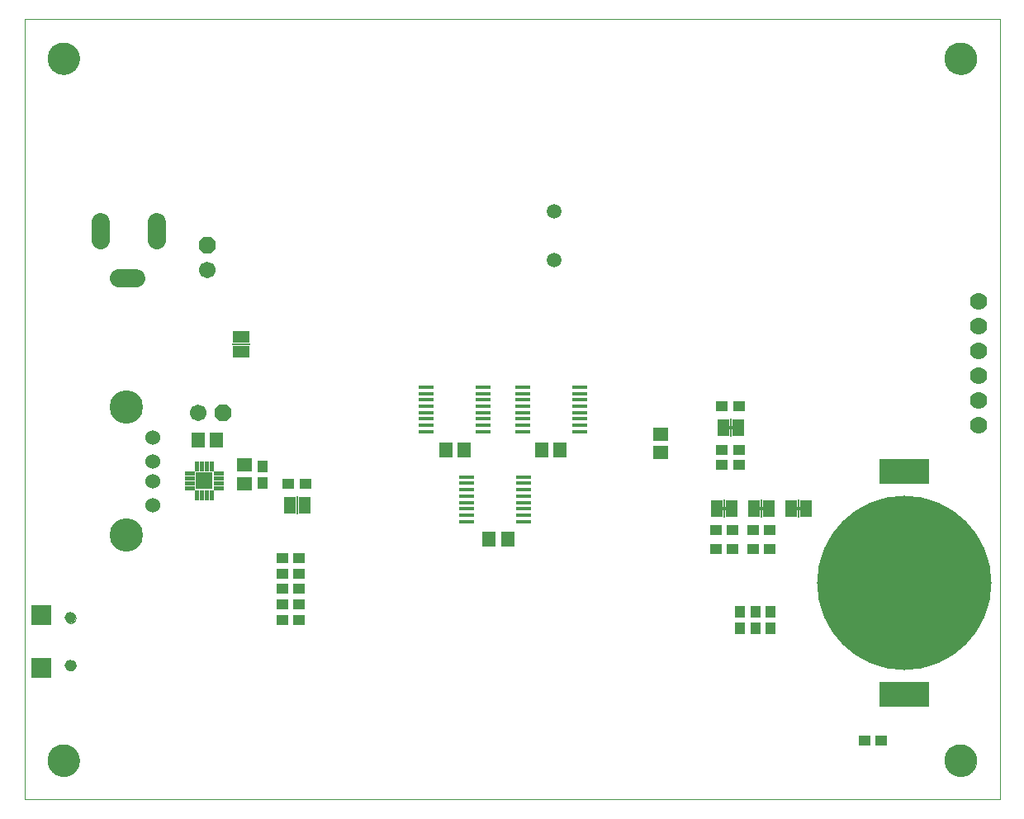
<source format=gbs>
G75*
%MOIN*%
%OFA0B0*%
%FSLAX25Y25*%
%IPPOS*%
%LPD*%
%AMOC8*
5,1,8,0,0,1.08239X$1,22.5*
%
%ADD10C,0.00000*%
%ADD11R,0.06306X0.05518*%
%ADD12R,0.04731X0.04337*%
%ADD13R,0.05518X0.06306*%
%ADD14R,0.06200X0.01800*%
%ADD15R,0.08274X0.08274*%
%ADD16C,0.04534*%
%ADD17C,0.07487*%
%ADD18R,0.04337X0.04731*%
%ADD19R,0.05000X0.06700*%
%ADD20R,0.02900X0.01200*%
%ADD21R,0.00600X0.07200*%
%ADD22C,0.07000*%
%ADD23C,0.12998*%
%ADD24C,0.06022*%
%ADD25C,0.13455*%
%ADD26C,0.00100*%
%ADD27R,0.07093X0.07093*%
%ADD28OC8,0.06700*%
%ADD29C,0.06700*%
%ADD30C,0.05943*%
%ADD31R,0.20400X0.10400*%
%ADD32C,0.70400*%
%ADD33R,0.06700X0.05000*%
%ADD34R,0.07200X0.00600*%
D10*
X0146800Y0181800D02*
X0146800Y0496761D01*
X0540501Y0496761D01*
X0540501Y0181800D01*
X0146800Y0181800D01*
X0156249Y0197548D02*
X0156251Y0197706D01*
X0156257Y0197864D01*
X0156267Y0198022D01*
X0156281Y0198180D01*
X0156299Y0198337D01*
X0156320Y0198494D01*
X0156346Y0198650D01*
X0156376Y0198806D01*
X0156409Y0198961D01*
X0156447Y0199114D01*
X0156488Y0199267D01*
X0156533Y0199419D01*
X0156582Y0199570D01*
X0156635Y0199719D01*
X0156691Y0199867D01*
X0156751Y0200013D01*
X0156815Y0200158D01*
X0156883Y0200301D01*
X0156954Y0200443D01*
X0157028Y0200583D01*
X0157106Y0200720D01*
X0157188Y0200856D01*
X0157272Y0200990D01*
X0157361Y0201121D01*
X0157452Y0201250D01*
X0157547Y0201377D01*
X0157644Y0201502D01*
X0157745Y0201624D01*
X0157849Y0201743D01*
X0157956Y0201860D01*
X0158066Y0201974D01*
X0158179Y0202085D01*
X0158294Y0202194D01*
X0158412Y0202299D01*
X0158533Y0202401D01*
X0158656Y0202501D01*
X0158782Y0202597D01*
X0158910Y0202690D01*
X0159040Y0202780D01*
X0159173Y0202866D01*
X0159308Y0202950D01*
X0159444Y0203029D01*
X0159583Y0203106D01*
X0159724Y0203178D01*
X0159866Y0203248D01*
X0160010Y0203313D01*
X0160156Y0203375D01*
X0160303Y0203433D01*
X0160452Y0203488D01*
X0160602Y0203539D01*
X0160753Y0203586D01*
X0160905Y0203629D01*
X0161058Y0203668D01*
X0161213Y0203704D01*
X0161368Y0203735D01*
X0161524Y0203763D01*
X0161680Y0203787D01*
X0161837Y0203807D01*
X0161995Y0203823D01*
X0162152Y0203835D01*
X0162311Y0203843D01*
X0162469Y0203847D01*
X0162627Y0203847D01*
X0162785Y0203843D01*
X0162944Y0203835D01*
X0163101Y0203823D01*
X0163259Y0203807D01*
X0163416Y0203787D01*
X0163572Y0203763D01*
X0163728Y0203735D01*
X0163883Y0203704D01*
X0164038Y0203668D01*
X0164191Y0203629D01*
X0164343Y0203586D01*
X0164494Y0203539D01*
X0164644Y0203488D01*
X0164793Y0203433D01*
X0164940Y0203375D01*
X0165086Y0203313D01*
X0165230Y0203248D01*
X0165372Y0203178D01*
X0165513Y0203106D01*
X0165652Y0203029D01*
X0165788Y0202950D01*
X0165923Y0202866D01*
X0166056Y0202780D01*
X0166186Y0202690D01*
X0166314Y0202597D01*
X0166440Y0202501D01*
X0166563Y0202401D01*
X0166684Y0202299D01*
X0166802Y0202194D01*
X0166917Y0202085D01*
X0167030Y0201974D01*
X0167140Y0201860D01*
X0167247Y0201743D01*
X0167351Y0201624D01*
X0167452Y0201502D01*
X0167549Y0201377D01*
X0167644Y0201250D01*
X0167735Y0201121D01*
X0167824Y0200990D01*
X0167908Y0200856D01*
X0167990Y0200720D01*
X0168068Y0200583D01*
X0168142Y0200443D01*
X0168213Y0200301D01*
X0168281Y0200158D01*
X0168345Y0200013D01*
X0168405Y0199867D01*
X0168461Y0199719D01*
X0168514Y0199570D01*
X0168563Y0199419D01*
X0168608Y0199267D01*
X0168649Y0199114D01*
X0168687Y0198961D01*
X0168720Y0198806D01*
X0168750Y0198650D01*
X0168776Y0198494D01*
X0168797Y0198337D01*
X0168815Y0198180D01*
X0168829Y0198022D01*
X0168839Y0197864D01*
X0168845Y0197706D01*
X0168847Y0197548D01*
X0168845Y0197390D01*
X0168839Y0197232D01*
X0168829Y0197074D01*
X0168815Y0196916D01*
X0168797Y0196759D01*
X0168776Y0196602D01*
X0168750Y0196446D01*
X0168720Y0196290D01*
X0168687Y0196135D01*
X0168649Y0195982D01*
X0168608Y0195829D01*
X0168563Y0195677D01*
X0168514Y0195526D01*
X0168461Y0195377D01*
X0168405Y0195229D01*
X0168345Y0195083D01*
X0168281Y0194938D01*
X0168213Y0194795D01*
X0168142Y0194653D01*
X0168068Y0194513D01*
X0167990Y0194376D01*
X0167908Y0194240D01*
X0167824Y0194106D01*
X0167735Y0193975D01*
X0167644Y0193846D01*
X0167549Y0193719D01*
X0167452Y0193594D01*
X0167351Y0193472D01*
X0167247Y0193353D01*
X0167140Y0193236D01*
X0167030Y0193122D01*
X0166917Y0193011D01*
X0166802Y0192902D01*
X0166684Y0192797D01*
X0166563Y0192695D01*
X0166440Y0192595D01*
X0166314Y0192499D01*
X0166186Y0192406D01*
X0166056Y0192316D01*
X0165923Y0192230D01*
X0165788Y0192146D01*
X0165652Y0192067D01*
X0165513Y0191990D01*
X0165372Y0191918D01*
X0165230Y0191848D01*
X0165086Y0191783D01*
X0164940Y0191721D01*
X0164793Y0191663D01*
X0164644Y0191608D01*
X0164494Y0191557D01*
X0164343Y0191510D01*
X0164191Y0191467D01*
X0164038Y0191428D01*
X0163883Y0191392D01*
X0163728Y0191361D01*
X0163572Y0191333D01*
X0163416Y0191309D01*
X0163259Y0191289D01*
X0163101Y0191273D01*
X0162944Y0191261D01*
X0162785Y0191253D01*
X0162627Y0191249D01*
X0162469Y0191249D01*
X0162311Y0191253D01*
X0162152Y0191261D01*
X0161995Y0191273D01*
X0161837Y0191289D01*
X0161680Y0191309D01*
X0161524Y0191333D01*
X0161368Y0191361D01*
X0161213Y0191392D01*
X0161058Y0191428D01*
X0160905Y0191467D01*
X0160753Y0191510D01*
X0160602Y0191557D01*
X0160452Y0191608D01*
X0160303Y0191663D01*
X0160156Y0191721D01*
X0160010Y0191783D01*
X0159866Y0191848D01*
X0159724Y0191918D01*
X0159583Y0191990D01*
X0159444Y0192067D01*
X0159308Y0192146D01*
X0159173Y0192230D01*
X0159040Y0192316D01*
X0158910Y0192406D01*
X0158782Y0192499D01*
X0158656Y0192595D01*
X0158533Y0192695D01*
X0158412Y0192797D01*
X0158294Y0192902D01*
X0158179Y0193011D01*
X0158066Y0193122D01*
X0157956Y0193236D01*
X0157849Y0193353D01*
X0157745Y0193472D01*
X0157644Y0193594D01*
X0157547Y0193719D01*
X0157452Y0193846D01*
X0157361Y0193975D01*
X0157272Y0194106D01*
X0157188Y0194240D01*
X0157106Y0194376D01*
X0157028Y0194513D01*
X0156954Y0194653D01*
X0156883Y0194795D01*
X0156815Y0194938D01*
X0156751Y0195083D01*
X0156691Y0195229D01*
X0156635Y0195377D01*
X0156582Y0195526D01*
X0156533Y0195677D01*
X0156488Y0195829D01*
X0156447Y0195982D01*
X0156409Y0196135D01*
X0156376Y0196290D01*
X0156346Y0196446D01*
X0156320Y0196602D01*
X0156299Y0196759D01*
X0156281Y0196916D01*
X0156267Y0197074D01*
X0156257Y0197232D01*
X0156251Y0197390D01*
X0156249Y0197548D01*
X0163355Y0236003D02*
X0163357Y0236094D01*
X0163363Y0236184D01*
X0163373Y0236275D01*
X0163387Y0236364D01*
X0163405Y0236453D01*
X0163426Y0236542D01*
X0163452Y0236629D01*
X0163481Y0236715D01*
X0163515Y0236799D01*
X0163551Y0236882D01*
X0163592Y0236964D01*
X0163636Y0237043D01*
X0163683Y0237121D01*
X0163734Y0237196D01*
X0163788Y0237269D01*
X0163845Y0237339D01*
X0163905Y0237407D01*
X0163968Y0237473D01*
X0164034Y0237535D01*
X0164103Y0237594D01*
X0164174Y0237651D01*
X0164248Y0237704D01*
X0164324Y0237754D01*
X0164402Y0237801D01*
X0164482Y0237844D01*
X0164563Y0237883D01*
X0164647Y0237919D01*
X0164732Y0237951D01*
X0164818Y0237980D01*
X0164905Y0238004D01*
X0164994Y0238025D01*
X0165083Y0238042D01*
X0165173Y0238055D01*
X0165263Y0238064D01*
X0165354Y0238069D01*
X0165445Y0238070D01*
X0165535Y0238067D01*
X0165626Y0238060D01*
X0165716Y0238049D01*
X0165806Y0238034D01*
X0165895Y0238015D01*
X0165983Y0237993D01*
X0166069Y0237966D01*
X0166155Y0237936D01*
X0166239Y0237902D01*
X0166322Y0237864D01*
X0166403Y0237823D01*
X0166482Y0237778D01*
X0166559Y0237729D01*
X0166633Y0237678D01*
X0166706Y0237623D01*
X0166776Y0237565D01*
X0166843Y0237504D01*
X0166907Y0237440D01*
X0166969Y0237374D01*
X0167028Y0237304D01*
X0167083Y0237233D01*
X0167136Y0237158D01*
X0167185Y0237082D01*
X0167231Y0237004D01*
X0167273Y0236923D01*
X0167312Y0236841D01*
X0167347Y0236757D01*
X0167378Y0236672D01*
X0167405Y0236585D01*
X0167429Y0236498D01*
X0167449Y0236409D01*
X0167465Y0236320D01*
X0167477Y0236230D01*
X0167485Y0236139D01*
X0167489Y0236048D01*
X0167489Y0235958D01*
X0167485Y0235867D01*
X0167477Y0235776D01*
X0167465Y0235686D01*
X0167449Y0235597D01*
X0167429Y0235508D01*
X0167405Y0235421D01*
X0167378Y0235334D01*
X0167347Y0235249D01*
X0167312Y0235165D01*
X0167273Y0235083D01*
X0167231Y0235002D01*
X0167185Y0234924D01*
X0167136Y0234848D01*
X0167083Y0234773D01*
X0167028Y0234702D01*
X0166969Y0234632D01*
X0166907Y0234566D01*
X0166843Y0234502D01*
X0166776Y0234441D01*
X0166706Y0234383D01*
X0166633Y0234328D01*
X0166559Y0234277D01*
X0166482Y0234228D01*
X0166403Y0234183D01*
X0166322Y0234142D01*
X0166239Y0234104D01*
X0166155Y0234070D01*
X0166069Y0234040D01*
X0165983Y0234013D01*
X0165895Y0233991D01*
X0165806Y0233972D01*
X0165716Y0233957D01*
X0165626Y0233946D01*
X0165535Y0233939D01*
X0165445Y0233936D01*
X0165354Y0233937D01*
X0165263Y0233942D01*
X0165173Y0233951D01*
X0165083Y0233964D01*
X0164994Y0233981D01*
X0164905Y0234002D01*
X0164818Y0234026D01*
X0164732Y0234055D01*
X0164647Y0234087D01*
X0164563Y0234123D01*
X0164482Y0234162D01*
X0164402Y0234205D01*
X0164324Y0234252D01*
X0164248Y0234302D01*
X0164174Y0234355D01*
X0164103Y0234412D01*
X0164034Y0234471D01*
X0163968Y0234533D01*
X0163905Y0234599D01*
X0163845Y0234667D01*
X0163788Y0234737D01*
X0163734Y0234810D01*
X0163683Y0234885D01*
X0163636Y0234963D01*
X0163592Y0235042D01*
X0163551Y0235124D01*
X0163515Y0235207D01*
X0163481Y0235291D01*
X0163452Y0235377D01*
X0163426Y0235464D01*
X0163405Y0235553D01*
X0163387Y0235642D01*
X0163373Y0235731D01*
X0163363Y0235822D01*
X0163357Y0235912D01*
X0163355Y0236003D01*
X0163355Y0255097D02*
X0163357Y0255188D01*
X0163363Y0255278D01*
X0163373Y0255369D01*
X0163387Y0255458D01*
X0163405Y0255547D01*
X0163426Y0255636D01*
X0163452Y0255723D01*
X0163481Y0255809D01*
X0163515Y0255893D01*
X0163551Y0255976D01*
X0163592Y0256058D01*
X0163636Y0256137D01*
X0163683Y0256215D01*
X0163734Y0256290D01*
X0163788Y0256363D01*
X0163845Y0256433D01*
X0163905Y0256501D01*
X0163968Y0256567D01*
X0164034Y0256629D01*
X0164103Y0256688D01*
X0164174Y0256745D01*
X0164248Y0256798D01*
X0164324Y0256848D01*
X0164402Y0256895D01*
X0164482Y0256938D01*
X0164563Y0256977D01*
X0164647Y0257013D01*
X0164732Y0257045D01*
X0164818Y0257074D01*
X0164905Y0257098D01*
X0164994Y0257119D01*
X0165083Y0257136D01*
X0165173Y0257149D01*
X0165263Y0257158D01*
X0165354Y0257163D01*
X0165445Y0257164D01*
X0165535Y0257161D01*
X0165626Y0257154D01*
X0165716Y0257143D01*
X0165806Y0257128D01*
X0165895Y0257109D01*
X0165983Y0257087D01*
X0166069Y0257060D01*
X0166155Y0257030D01*
X0166239Y0256996D01*
X0166322Y0256958D01*
X0166403Y0256917D01*
X0166482Y0256872D01*
X0166559Y0256823D01*
X0166633Y0256772D01*
X0166706Y0256717D01*
X0166776Y0256659D01*
X0166843Y0256598D01*
X0166907Y0256534D01*
X0166969Y0256468D01*
X0167028Y0256398D01*
X0167083Y0256327D01*
X0167136Y0256252D01*
X0167185Y0256176D01*
X0167231Y0256098D01*
X0167273Y0256017D01*
X0167312Y0255935D01*
X0167347Y0255851D01*
X0167378Y0255766D01*
X0167405Y0255679D01*
X0167429Y0255592D01*
X0167449Y0255503D01*
X0167465Y0255414D01*
X0167477Y0255324D01*
X0167485Y0255233D01*
X0167489Y0255142D01*
X0167489Y0255052D01*
X0167485Y0254961D01*
X0167477Y0254870D01*
X0167465Y0254780D01*
X0167449Y0254691D01*
X0167429Y0254602D01*
X0167405Y0254515D01*
X0167378Y0254428D01*
X0167347Y0254343D01*
X0167312Y0254259D01*
X0167273Y0254177D01*
X0167231Y0254096D01*
X0167185Y0254018D01*
X0167136Y0253942D01*
X0167083Y0253867D01*
X0167028Y0253796D01*
X0166969Y0253726D01*
X0166907Y0253660D01*
X0166843Y0253596D01*
X0166776Y0253535D01*
X0166706Y0253477D01*
X0166633Y0253422D01*
X0166559Y0253371D01*
X0166482Y0253322D01*
X0166403Y0253277D01*
X0166322Y0253236D01*
X0166239Y0253198D01*
X0166155Y0253164D01*
X0166069Y0253134D01*
X0165983Y0253107D01*
X0165895Y0253085D01*
X0165806Y0253066D01*
X0165716Y0253051D01*
X0165626Y0253040D01*
X0165535Y0253033D01*
X0165445Y0253030D01*
X0165354Y0253031D01*
X0165263Y0253036D01*
X0165173Y0253045D01*
X0165083Y0253058D01*
X0164994Y0253075D01*
X0164905Y0253096D01*
X0164818Y0253120D01*
X0164732Y0253149D01*
X0164647Y0253181D01*
X0164563Y0253217D01*
X0164482Y0253256D01*
X0164402Y0253299D01*
X0164324Y0253346D01*
X0164248Y0253396D01*
X0164174Y0253449D01*
X0164103Y0253506D01*
X0164034Y0253565D01*
X0163968Y0253627D01*
X0163905Y0253693D01*
X0163845Y0253761D01*
X0163788Y0253831D01*
X0163734Y0253904D01*
X0163683Y0253979D01*
X0163636Y0254057D01*
X0163592Y0254136D01*
X0163551Y0254218D01*
X0163515Y0254301D01*
X0163481Y0254385D01*
X0163452Y0254471D01*
X0163426Y0254558D01*
X0163405Y0254647D01*
X0163387Y0254736D01*
X0163373Y0254825D01*
X0163363Y0254916D01*
X0163357Y0255006D01*
X0163355Y0255097D01*
X0156249Y0481013D02*
X0156251Y0481171D01*
X0156257Y0481329D01*
X0156267Y0481487D01*
X0156281Y0481645D01*
X0156299Y0481802D01*
X0156320Y0481959D01*
X0156346Y0482115D01*
X0156376Y0482271D01*
X0156409Y0482426D01*
X0156447Y0482579D01*
X0156488Y0482732D01*
X0156533Y0482884D01*
X0156582Y0483035D01*
X0156635Y0483184D01*
X0156691Y0483332D01*
X0156751Y0483478D01*
X0156815Y0483623D01*
X0156883Y0483766D01*
X0156954Y0483908D01*
X0157028Y0484048D01*
X0157106Y0484185D01*
X0157188Y0484321D01*
X0157272Y0484455D01*
X0157361Y0484586D01*
X0157452Y0484715D01*
X0157547Y0484842D01*
X0157644Y0484967D01*
X0157745Y0485089D01*
X0157849Y0485208D01*
X0157956Y0485325D01*
X0158066Y0485439D01*
X0158179Y0485550D01*
X0158294Y0485659D01*
X0158412Y0485764D01*
X0158533Y0485866D01*
X0158656Y0485966D01*
X0158782Y0486062D01*
X0158910Y0486155D01*
X0159040Y0486245D01*
X0159173Y0486331D01*
X0159308Y0486415D01*
X0159444Y0486494D01*
X0159583Y0486571D01*
X0159724Y0486643D01*
X0159866Y0486713D01*
X0160010Y0486778D01*
X0160156Y0486840D01*
X0160303Y0486898D01*
X0160452Y0486953D01*
X0160602Y0487004D01*
X0160753Y0487051D01*
X0160905Y0487094D01*
X0161058Y0487133D01*
X0161213Y0487169D01*
X0161368Y0487200D01*
X0161524Y0487228D01*
X0161680Y0487252D01*
X0161837Y0487272D01*
X0161995Y0487288D01*
X0162152Y0487300D01*
X0162311Y0487308D01*
X0162469Y0487312D01*
X0162627Y0487312D01*
X0162785Y0487308D01*
X0162944Y0487300D01*
X0163101Y0487288D01*
X0163259Y0487272D01*
X0163416Y0487252D01*
X0163572Y0487228D01*
X0163728Y0487200D01*
X0163883Y0487169D01*
X0164038Y0487133D01*
X0164191Y0487094D01*
X0164343Y0487051D01*
X0164494Y0487004D01*
X0164644Y0486953D01*
X0164793Y0486898D01*
X0164940Y0486840D01*
X0165086Y0486778D01*
X0165230Y0486713D01*
X0165372Y0486643D01*
X0165513Y0486571D01*
X0165652Y0486494D01*
X0165788Y0486415D01*
X0165923Y0486331D01*
X0166056Y0486245D01*
X0166186Y0486155D01*
X0166314Y0486062D01*
X0166440Y0485966D01*
X0166563Y0485866D01*
X0166684Y0485764D01*
X0166802Y0485659D01*
X0166917Y0485550D01*
X0167030Y0485439D01*
X0167140Y0485325D01*
X0167247Y0485208D01*
X0167351Y0485089D01*
X0167452Y0484967D01*
X0167549Y0484842D01*
X0167644Y0484715D01*
X0167735Y0484586D01*
X0167824Y0484455D01*
X0167908Y0484321D01*
X0167990Y0484185D01*
X0168068Y0484048D01*
X0168142Y0483908D01*
X0168213Y0483766D01*
X0168281Y0483623D01*
X0168345Y0483478D01*
X0168405Y0483332D01*
X0168461Y0483184D01*
X0168514Y0483035D01*
X0168563Y0482884D01*
X0168608Y0482732D01*
X0168649Y0482579D01*
X0168687Y0482426D01*
X0168720Y0482271D01*
X0168750Y0482115D01*
X0168776Y0481959D01*
X0168797Y0481802D01*
X0168815Y0481645D01*
X0168829Y0481487D01*
X0168839Y0481329D01*
X0168845Y0481171D01*
X0168847Y0481013D01*
X0168845Y0480855D01*
X0168839Y0480697D01*
X0168829Y0480539D01*
X0168815Y0480381D01*
X0168797Y0480224D01*
X0168776Y0480067D01*
X0168750Y0479911D01*
X0168720Y0479755D01*
X0168687Y0479600D01*
X0168649Y0479447D01*
X0168608Y0479294D01*
X0168563Y0479142D01*
X0168514Y0478991D01*
X0168461Y0478842D01*
X0168405Y0478694D01*
X0168345Y0478548D01*
X0168281Y0478403D01*
X0168213Y0478260D01*
X0168142Y0478118D01*
X0168068Y0477978D01*
X0167990Y0477841D01*
X0167908Y0477705D01*
X0167824Y0477571D01*
X0167735Y0477440D01*
X0167644Y0477311D01*
X0167549Y0477184D01*
X0167452Y0477059D01*
X0167351Y0476937D01*
X0167247Y0476818D01*
X0167140Y0476701D01*
X0167030Y0476587D01*
X0166917Y0476476D01*
X0166802Y0476367D01*
X0166684Y0476262D01*
X0166563Y0476160D01*
X0166440Y0476060D01*
X0166314Y0475964D01*
X0166186Y0475871D01*
X0166056Y0475781D01*
X0165923Y0475695D01*
X0165788Y0475611D01*
X0165652Y0475532D01*
X0165513Y0475455D01*
X0165372Y0475383D01*
X0165230Y0475313D01*
X0165086Y0475248D01*
X0164940Y0475186D01*
X0164793Y0475128D01*
X0164644Y0475073D01*
X0164494Y0475022D01*
X0164343Y0474975D01*
X0164191Y0474932D01*
X0164038Y0474893D01*
X0163883Y0474857D01*
X0163728Y0474826D01*
X0163572Y0474798D01*
X0163416Y0474774D01*
X0163259Y0474754D01*
X0163101Y0474738D01*
X0162944Y0474726D01*
X0162785Y0474718D01*
X0162627Y0474714D01*
X0162469Y0474714D01*
X0162311Y0474718D01*
X0162152Y0474726D01*
X0161995Y0474738D01*
X0161837Y0474754D01*
X0161680Y0474774D01*
X0161524Y0474798D01*
X0161368Y0474826D01*
X0161213Y0474857D01*
X0161058Y0474893D01*
X0160905Y0474932D01*
X0160753Y0474975D01*
X0160602Y0475022D01*
X0160452Y0475073D01*
X0160303Y0475128D01*
X0160156Y0475186D01*
X0160010Y0475248D01*
X0159866Y0475313D01*
X0159724Y0475383D01*
X0159583Y0475455D01*
X0159444Y0475532D01*
X0159308Y0475611D01*
X0159173Y0475695D01*
X0159040Y0475781D01*
X0158910Y0475871D01*
X0158782Y0475964D01*
X0158656Y0476060D01*
X0158533Y0476160D01*
X0158412Y0476262D01*
X0158294Y0476367D01*
X0158179Y0476476D01*
X0158066Y0476587D01*
X0157956Y0476701D01*
X0157849Y0476818D01*
X0157745Y0476937D01*
X0157644Y0477059D01*
X0157547Y0477184D01*
X0157452Y0477311D01*
X0157361Y0477440D01*
X0157272Y0477571D01*
X0157188Y0477705D01*
X0157106Y0477841D01*
X0157028Y0477978D01*
X0156954Y0478118D01*
X0156883Y0478260D01*
X0156815Y0478403D01*
X0156751Y0478548D01*
X0156691Y0478694D01*
X0156635Y0478842D01*
X0156582Y0478991D01*
X0156533Y0479142D01*
X0156488Y0479294D01*
X0156447Y0479447D01*
X0156409Y0479600D01*
X0156376Y0479755D01*
X0156346Y0479911D01*
X0156320Y0480067D01*
X0156299Y0480224D01*
X0156281Y0480381D01*
X0156267Y0480539D01*
X0156257Y0480697D01*
X0156251Y0480855D01*
X0156249Y0481013D01*
X0518454Y0481013D02*
X0518456Y0481171D01*
X0518462Y0481329D01*
X0518472Y0481487D01*
X0518486Y0481645D01*
X0518504Y0481802D01*
X0518525Y0481959D01*
X0518551Y0482115D01*
X0518581Y0482271D01*
X0518614Y0482426D01*
X0518652Y0482579D01*
X0518693Y0482732D01*
X0518738Y0482884D01*
X0518787Y0483035D01*
X0518840Y0483184D01*
X0518896Y0483332D01*
X0518956Y0483478D01*
X0519020Y0483623D01*
X0519088Y0483766D01*
X0519159Y0483908D01*
X0519233Y0484048D01*
X0519311Y0484185D01*
X0519393Y0484321D01*
X0519477Y0484455D01*
X0519566Y0484586D01*
X0519657Y0484715D01*
X0519752Y0484842D01*
X0519849Y0484967D01*
X0519950Y0485089D01*
X0520054Y0485208D01*
X0520161Y0485325D01*
X0520271Y0485439D01*
X0520384Y0485550D01*
X0520499Y0485659D01*
X0520617Y0485764D01*
X0520738Y0485866D01*
X0520861Y0485966D01*
X0520987Y0486062D01*
X0521115Y0486155D01*
X0521245Y0486245D01*
X0521378Y0486331D01*
X0521513Y0486415D01*
X0521649Y0486494D01*
X0521788Y0486571D01*
X0521929Y0486643D01*
X0522071Y0486713D01*
X0522215Y0486778D01*
X0522361Y0486840D01*
X0522508Y0486898D01*
X0522657Y0486953D01*
X0522807Y0487004D01*
X0522958Y0487051D01*
X0523110Y0487094D01*
X0523263Y0487133D01*
X0523418Y0487169D01*
X0523573Y0487200D01*
X0523729Y0487228D01*
X0523885Y0487252D01*
X0524042Y0487272D01*
X0524200Y0487288D01*
X0524357Y0487300D01*
X0524516Y0487308D01*
X0524674Y0487312D01*
X0524832Y0487312D01*
X0524990Y0487308D01*
X0525149Y0487300D01*
X0525306Y0487288D01*
X0525464Y0487272D01*
X0525621Y0487252D01*
X0525777Y0487228D01*
X0525933Y0487200D01*
X0526088Y0487169D01*
X0526243Y0487133D01*
X0526396Y0487094D01*
X0526548Y0487051D01*
X0526699Y0487004D01*
X0526849Y0486953D01*
X0526998Y0486898D01*
X0527145Y0486840D01*
X0527291Y0486778D01*
X0527435Y0486713D01*
X0527577Y0486643D01*
X0527718Y0486571D01*
X0527857Y0486494D01*
X0527993Y0486415D01*
X0528128Y0486331D01*
X0528261Y0486245D01*
X0528391Y0486155D01*
X0528519Y0486062D01*
X0528645Y0485966D01*
X0528768Y0485866D01*
X0528889Y0485764D01*
X0529007Y0485659D01*
X0529122Y0485550D01*
X0529235Y0485439D01*
X0529345Y0485325D01*
X0529452Y0485208D01*
X0529556Y0485089D01*
X0529657Y0484967D01*
X0529754Y0484842D01*
X0529849Y0484715D01*
X0529940Y0484586D01*
X0530029Y0484455D01*
X0530113Y0484321D01*
X0530195Y0484185D01*
X0530273Y0484048D01*
X0530347Y0483908D01*
X0530418Y0483766D01*
X0530486Y0483623D01*
X0530550Y0483478D01*
X0530610Y0483332D01*
X0530666Y0483184D01*
X0530719Y0483035D01*
X0530768Y0482884D01*
X0530813Y0482732D01*
X0530854Y0482579D01*
X0530892Y0482426D01*
X0530925Y0482271D01*
X0530955Y0482115D01*
X0530981Y0481959D01*
X0531002Y0481802D01*
X0531020Y0481645D01*
X0531034Y0481487D01*
X0531044Y0481329D01*
X0531050Y0481171D01*
X0531052Y0481013D01*
X0531050Y0480855D01*
X0531044Y0480697D01*
X0531034Y0480539D01*
X0531020Y0480381D01*
X0531002Y0480224D01*
X0530981Y0480067D01*
X0530955Y0479911D01*
X0530925Y0479755D01*
X0530892Y0479600D01*
X0530854Y0479447D01*
X0530813Y0479294D01*
X0530768Y0479142D01*
X0530719Y0478991D01*
X0530666Y0478842D01*
X0530610Y0478694D01*
X0530550Y0478548D01*
X0530486Y0478403D01*
X0530418Y0478260D01*
X0530347Y0478118D01*
X0530273Y0477978D01*
X0530195Y0477841D01*
X0530113Y0477705D01*
X0530029Y0477571D01*
X0529940Y0477440D01*
X0529849Y0477311D01*
X0529754Y0477184D01*
X0529657Y0477059D01*
X0529556Y0476937D01*
X0529452Y0476818D01*
X0529345Y0476701D01*
X0529235Y0476587D01*
X0529122Y0476476D01*
X0529007Y0476367D01*
X0528889Y0476262D01*
X0528768Y0476160D01*
X0528645Y0476060D01*
X0528519Y0475964D01*
X0528391Y0475871D01*
X0528261Y0475781D01*
X0528128Y0475695D01*
X0527993Y0475611D01*
X0527857Y0475532D01*
X0527718Y0475455D01*
X0527577Y0475383D01*
X0527435Y0475313D01*
X0527291Y0475248D01*
X0527145Y0475186D01*
X0526998Y0475128D01*
X0526849Y0475073D01*
X0526699Y0475022D01*
X0526548Y0474975D01*
X0526396Y0474932D01*
X0526243Y0474893D01*
X0526088Y0474857D01*
X0525933Y0474826D01*
X0525777Y0474798D01*
X0525621Y0474774D01*
X0525464Y0474754D01*
X0525306Y0474738D01*
X0525149Y0474726D01*
X0524990Y0474718D01*
X0524832Y0474714D01*
X0524674Y0474714D01*
X0524516Y0474718D01*
X0524357Y0474726D01*
X0524200Y0474738D01*
X0524042Y0474754D01*
X0523885Y0474774D01*
X0523729Y0474798D01*
X0523573Y0474826D01*
X0523418Y0474857D01*
X0523263Y0474893D01*
X0523110Y0474932D01*
X0522958Y0474975D01*
X0522807Y0475022D01*
X0522657Y0475073D01*
X0522508Y0475128D01*
X0522361Y0475186D01*
X0522215Y0475248D01*
X0522071Y0475313D01*
X0521929Y0475383D01*
X0521788Y0475455D01*
X0521649Y0475532D01*
X0521513Y0475611D01*
X0521378Y0475695D01*
X0521245Y0475781D01*
X0521115Y0475871D01*
X0520987Y0475964D01*
X0520861Y0476060D01*
X0520738Y0476160D01*
X0520617Y0476262D01*
X0520499Y0476367D01*
X0520384Y0476476D01*
X0520271Y0476587D01*
X0520161Y0476701D01*
X0520054Y0476818D01*
X0519950Y0476937D01*
X0519849Y0477059D01*
X0519752Y0477184D01*
X0519657Y0477311D01*
X0519566Y0477440D01*
X0519477Y0477571D01*
X0519393Y0477705D01*
X0519311Y0477841D01*
X0519233Y0477978D01*
X0519159Y0478118D01*
X0519088Y0478260D01*
X0519020Y0478403D01*
X0518956Y0478548D01*
X0518896Y0478694D01*
X0518840Y0478842D01*
X0518787Y0478991D01*
X0518738Y0479142D01*
X0518693Y0479294D01*
X0518652Y0479447D01*
X0518614Y0479600D01*
X0518581Y0479755D01*
X0518551Y0479911D01*
X0518525Y0480067D01*
X0518504Y0480224D01*
X0518486Y0480381D01*
X0518472Y0480539D01*
X0518462Y0480697D01*
X0518456Y0480855D01*
X0518454Y0481013D01*
X0518454Y0197548D02*
X0518456Y0197706D01*
X0518462Y0197864D01*
X0518472Y0198022D01*
X0518486Y0198180D01*
X0518504Y0198337D01*
X0518525Y0198494D01*
X0518551Y0198650D01*
X0518581Y0198806D01*
X0518614Y0198961D01*
X0518652Y0199114D01*
X0518693Y0199267D01*
X0518738Y0199419D01*
X0518787Y0199570D01*
X0518840Y0199719D01*
X0518896Y0199867D01*
X0518956Y0200013D01*
X0519020Y0200158D01*
X0519088Y0200301D01*
X0519159Y0200443D01*
X0519233Y0200583D01*
X0519311Y0200720D01*
X0519393Y0200856D01*
X0519477Y0200990D01*
X0519566Y0201121D01*
X0519657Y0201250D01*
X0519752Y0201377D01*
X0519849Y0201502D01*
X0519950Y0201624D01*
X0520054Y0201743D01*
X0520161Y0201860D01*
X0520271Y0201974D01*
X0520384Y0202085D01*
X0520499Y0202194D01*
X0520617Y0202299D01*
X0520738Y0202401D01*
X0520861Y0202501D01*
X0520987Y0202597D01*
X0521115Y0202690D01*
X0521245Y0202780D01*
X0521378Y0202866D01*
X0521513Y0202950D01*
X0521649Y0203029D01*
X0521788Y0203106D01*
X0521929Y0203178D01*
X0522071Y0203248D01*
X0522215Y0203313D01*
X0522361Y0203375D01*
X0522508Y0203433D01*
X0522657Y0203488D01*
X0522807Y0203539D01*
X0522958Y0203586D01*
X0523110Y0203629D01*
X0523263Y0203668D01*
X0523418Y0203704D01*
X0523573Y0203735D01*
X0523729Y0203763D01*
X0523885Y0203787D01*
X0524042Y0203807D01*
X0524200Y0203823D01*
X0524357Y0203835D01*
X0524516Y0203843D01*
X0524674Y0203847D01*
X0524832Y0203847D01*
X0524990Y0203843D01*
X0525149Y0203835D01*
X0525306Y0203823D01*
X0525464Y0203807D01*
X0525621Y0203787D01*
X0525777Y0203763D01*
X0525933Y0203735D01*
X0526088Y0203704D01*
X0526243Y0203668D01*
X0526396Y0203629D01*
X0526548Y0203586D01*
X0526699Y0203539D01*
X0526849Y0203488D01*
X0526998Y0203433D01*
X0527145Y0203375D01*
X0527291Y0203313D01*
X0527435Y0203248D01*
X0527577Y0203178D01*
X0527718Y0203106D01*
X0527857Y0203029D01*
X0527993Y0202950D01*
X0528128Y0202866D01*
X0528261Y0202780D01*
X0528391Y0202690D01*
X0528519Y0202597D01*
X0528645Y0202501D01*
X0528768Y0202401D01*
X0528889Y0202299D01*
X0529007Y0202194D01*
X0529122Y0202085D01*
X0529235Y0201974D01*
X0529345Y0201860D01*
X0529452Y0201743D01*
X0529556Y0201624D01*
X0529657Y0201502D01*
X0529754Y0201377D01*
X0529849Y0201250D01*
X0529940Y0201121D01*
X0530029Y0200990D01*
X0530113Y0200856D01*
X0530195Y0200720D01*
X0530273Y0200583D01*
X0530347Y0200443D01*
X0530418Y0200301D01*
X0530486Y0200158D01*
X0530550Y0200013D01*
X0530610Y0199867D01*
X0530666Y0199719D01*
X0530719Y0199570D01*
X0530768Y0199419D01*
X0530813Y0199267D01*
X0530854Y0199114D01*
X0530892Y0198961D01*
X0530925Y0198806D01*
X0530955Y0198650D01*
X0530981Y0198494D01*
X0531002Y0198337D01*
X0531020Y0198180D01*
X0531034Y0198022D01*
X0531044Y0197864D01*
X0531050Y0197706D01*
X0531052Y0197548D01*
X0531050Y0197390D01*
X0531044Y0197232D01*
X0531034Y0197074D01*
X0531020Y0196916D01*
X0531002Y0196759D01*
X0530981Y0196602D01*
X0530955Y0196446D01*
X0530925Y0196290D01*
X0530892Y0196135D01*
X0530854Y0195982D01*
X0530813Y0195829D01*
X0530768Y0195677D01*
X0530719Y0195526D01*
X0530666Y0195377D01*
X0530610Y0195229D01*
X0530550Y0195083D01*
X0530486Y0194938D01*
X0530418Y0194795D01*
X0530347Y0194653D01*
X0530273Y0194513D01*
X0530195Y0194376D01*
X0530113Y0194240D01*
X0530029Y0194106D01*
X0529940Y0193975D01*
X0529849Y0193846D01*
X0529754Y0193719D01*
X0529657Y0193594D01*
X0529556Y0193472D01*
X0529452Y0193353D01*
X0529345Y0193236D01*
X0529235Y0193122D01*
X0529122Y0193011D01*
X0529007Y0192902D01*
X0528889Y0192797D01*
X0528768Y0192695D01*
X0528645Y0192595D01*
X0528519Y0192499D01*
X0528391Y0192406D01*
X0528261Y0192316D01*
X0528128Y0192230D01*
X0527993Y0192146D01*
X0527857Y0192067D01*
X0527718Y0191990D01*
X0527577Y0191918D01*
X0527435Y0191848D01*
X0527291Y0191783D01*
X0527145Y0191721D01*
X0526998Y0191663D01*
X0526849Y0191608D01*
X0526699Y0191557D01*
X0526548Y0191510D01*
X0526396Y0191467D01*
X0526243Y0191428D01*
X0526088Y0191392D01*
X0525933Y0191361D01*
X0525777Y0191333D01*
X0525621Y0191309D01*
X0525464Y0191289D01*
X0525306Y0191273D01*
X0525149Y0191261D01*
X0524990Y0191253D01*
X0524832Y0191249D01*
X0524674Y0191249D01*
X0524516Y0191253D01*
X0524357Y0191261D01*
X0524200Y0191273D01*
X0524042Y0191289D01*
X0523885Y0191309D01*
X0523729Y0191333D01*
X0523573Y0191361D01*
X0523418Y0191392D01*
X0523263Y0191428D01*
X0523110Y0191467D01*
X0522958Y0191510D01*
X0522807Y0191557D01*
X0522657Y0191608D01*
X0522508Y0191663D01*
X0522361Y0191721D01*
X0522215Y0191783D01*
X0522071Y0191848D01*
X0521929Y0191918D01*
X0521788Y0191990D01*
X0521649Y0192067D01*
X0521513Y0192146D01*
X0521378Y0192230D01*
X0521245Y0192316D01*
X0521115Y0192406D01*
X0520987Y0192499D01*
X0520861Y0192595D01*
X0520738Y0192695D01*
X0520617Y0192797D01*
X0520499Y0192902D01*
X0520384Y0193011D01*
X0520271Y0193122D01*
X0520161Y0193236D01*
X0520054Y0193353D01*
X0519950Y0193472D01*
X0519849Y0193594D01*
X0519752Y0193719D01*
X0519657Y0193846D01*
X0519566Y0193975D01*
X0519477Y0194106D01*
X0519393Y0194240D01*
X0519311Y0194376D01*
X0519233Y0194513D01*
X0519159Y0194653D01*
X0519088Y0194795D01*
X0519020Y0194938D01*
X0518956Y0195083D01*
X0518896Y0195229D01*
X0518840Y0195377D01*
X0518787Y0195526D01*
X0518738Y0195677D01*
X0518693Y0195829D01*
X0518652Y0195982D01*
X0518614Y0196135D01*
X0518581Y0196290D01*
X0518551Y0196446D01*
X0518525Y0196602D01*
X0518504Y0196759D01*
X0518486Y0196916D01*
X0518472Y0197074D01*
X0518462Y0197232D01*
X0518456Y0197390D01*
X0518454Y0197548D01*
D11*
X0403675Y0321810D03*
X0403675Y0329290D03*
X0235550Y0316790D03*
X0235550Y0309310D03*
D12*
X0253454Y0309300D03*
X0260146Y0309300D03*
X0257646Y0279300D03*
X0257646Y0273050D03*
X0257646Y0266800D03*
X0257646Y0260550D03*
X0257646Y0254300D03*
X0250954Y0254300D03*
X0250954Y0260550D03*
X0250954Y0266800D03*
X0250954Y0273050D03*
X0250954Y0279300D03*
X0425954Y0283050D03*
X0432646Y0283050D03*
X0432646Y0290550D03*
X0425954Y0290550D03*
X0440954Y0290550D03*
X0447646Y0290550D03*
X0447646Y0283050D03*
X0440954Y0283050D03*
X0435146Y0316800D03*
X0435146Y0323050D03*
X0428454Y0323050D03*
X0428454Y0316800D03*
X0428454Y0340550D03*
X0435146Y0340550D03*
X0485954Y0205550D03*
X0492646Y0205550D03*
D13*
X0363040Y0323050D03*
X0355560Y0323050D03*
X0324290Y0323050D03*
X0316810Y0323050D03*
X0334310Y0286800D03*
X0341790Y0286800D03*
X0224290Y0326800D03*
X0216810Y0326800D03*
D14*
X0309050Y0330300D03*
X0309050Y0332900D03*
X0309050Y0335500D03*
X0309050Y0338000D03*
X0309050Y0340600D03*
X0309050Y0343100D03*
X0309050Y0345700D03*
X0309050Y0348300D03*
X0332050Y0348300D03*
X0332050Y0345700D03*
X0332050Y0343100D03*
X0332050Y0340600D03*
X0332050Y0338000D03*
X0332050Y0335500D03*
X0332050Y0332900D03*
X0332050Y0330300D03*
X0347800Y0330300D03*
X0347800Y0332900D03*
X0347800Y0335500D03*
X0347800Y0338000D03*
X0347800Y0340600D03*
X0347800Y0343100D03*
X0347800Y0345700D03*
X0347800Y0348300D03*
X0370800Y0348300D03*
X0370800Y0345700D03*
X0370800Y0343100D03*
X0370800Y0340600D03*
X0370800Y0338000D03*
X0370800Y0335500D03*
X0370800Y0332900D03*
X0370800Y0330300D03*
X0348300Y0312050D03*
X0348300Y0309450D03*
X0348300Y0306850D03*
X0348300Y0304350D03*
X0348300Y0301750D03*
X0348300Y0299250D03*
X0348300Y0296650D03*
X0348300Y0294050D03*
X0325300Y0294050D03*
X0325300Y0296650D03*
X0325300Y0299250D03*
X0325300Y0301750D03*
X0325300Y0304350D03*
X0325300Y0306850D03*
X0325300Y0309450D03*
X0325300Y0312050D03*
D15*
X0153493Y0256278D03*
X0153493Y0234822D03*
D16*
X0165422Y0236003D03*
X0165422Y0255097D03*
D17*
X0184989Y0392351D02*
X0192076Y0392351D01*
X0200343Y0407706D02*
X0200343Y0414792D01*
X0177509Y0414792D02*
X0177509Y0407706D01*
D18*
X0243050Y0316396D03*
X0243050Y0309704D03*
X0435550Y0257646D03*
X0441800Y0257646D03*
X0448050Y0257646D03*
X0448050Y0250954D03*
X0441800Y0250954D03*
X0435550Y0250954D03*
D19*
X0432300Y0299300D03*
X0426300Y0299300D03*
X0441300Y0299300D03*
X0447300Y0299300D03*
X0456300Y0299300D03*
X0462300Y0299300D03*
X0434800Y0331800D03*
X0428800Y0331800D03*
X0259800Y0300550D03*
X0253800Y0300550D03*
D20*
X0429300Y0299300D03*
X0444300Y0299300D03*
X0459300Y0299300D03*
X0431800Y0331800D03*
D21*
X0431800Y0331800D03*
X0429300Y0299300D03*
X0444300Y0299300D03*
X0459300Y0299300D03*
X0256800Y0300550D03*
D22*
X0531800Y0333050D03*
X0531800Y0343050D03*
X0531800Y0353050D03*
X0531800Y0363050D03*
X0531800Y0373050D03*
X0531800Y0383050D03*
D23*
X0524753Y0481013D03*
X0524753Y0197548D03*
X0162548Y0197548D03*
X0162548Y0481013D03*
D24*
X0198719Y0328080D03*
X0198719Y0318237D03*
X0198719Y0310363D03*
X0198719Y0300520D03*
D25*
X0188050Y0288434D03*
X0188050Y0340166D03*
D26*
X0211729Y0312841D02*
X0215297Y0312841D01*
X0211729Y0312841D02*
X0211729Y0314165D01*
X0215297Y0314165D01*
X0215297Y0312841D01*
X0215297Y0312940D02*
X0211729Y0312940D01*
X0211729Y0313039D02*
X0215297Y0313039D01*
X0215297Y0313138D02*
X0211729Y0313138D01*
X0211729Y0313237D02*
X0215297Y0313237D01*
X0215297Y0313336D02*
X0211729Y0313336D01*
X0211729Y0313435D02*
X0215297Y0313435D01*
X0215297Y0313534D02*
X0211729Y0313534D01*
X0211729Y0313633D02*
X0215297Y0313633D01*
X0215297Y0313732D02*
X0211729Y0313732D01*
X0211729Y0313831D02*
X0215297Y0313831D01*
X0215297Y0313930D02*
X0211729Y0313930D01*
X0211729Y0314029D02*
X0215297Y0314029D01*
X0215297Y0314128D02*
X0211729Y0314128D01*
X0211729Y0310872D02*
X0215297Y0310872D01*
X0211729Y0310872D02*
X0211729Y0312196D01*
X0215297Y0312196D01*
X0215297Y0310872D01*
X0215297Y0310971D02*
X0211729Y0310971D01*
X0211729Y0311070D02*
X0215297Y0311070D01*
X0215297Y0311169D02*
X0211729Y0311169D01*
X0211729Y0311268D02*
X0215297Y0311268D01*
X0215297Y0311367D02*
X0211729Y0311367D01*
X0211729Y0311466D02*
X0215297Y0311466D01*
X0215297Y0311565D02*
X0211729Y0311565D01*
X0211729Y0311664D02*
X0215297Y0311664D01*
X0215297Y0311763D02*
X0211729Y0311763D01*
X0211729Y0311862D02*
X0215297Y0311862D01*
X0215297Y0311961D02*
X0211729Y0311961D01*
X0211729Y0312060D02*
X0215297Y0312060D01*
X0215297Y0312159D02*
X0211729Y0312159D01*
X0211729Y0308904D02*
X0215297Y0308904D01*
X0211729Y0308904D02*
X0211729Y0310228D01*
X0215297Y0310228D01*
X0215297Y0308904D01*
X0215297Y0309003D02*
X0211729Y0309003D01*
X0211729Y0309102D02*
X0215297Y0309102D01*
X0215297Y0309201D02*
X0211729Y0309201D01*
X0211729Y0309300D02*
X0215297Y0309300D01*
X0215297Y0309399D02*
X0211729Y0309399D01*
X0211729Y0309498D02*
X0215297Y0309498D01*
X0215297Y0309597D02*
X0211729Y0309597D01*
X0211729Y0309696D02*
X0215297Y0309696D01*
X0215297Y0309795D02*
X0211729Y0309795D01*
X0211729Y0309894D02*
X0215297Y0309894D01*
X0215297Y0309993D02*
X0211729Y0309993D01*
X0211729Y0310092D02*
X0215297Y0310092D01*
X0215297Y0310191D02*
X0211729Y0310191D01*
X0211729Y0306935D02*
X0215297Y0306935D01*
X0211729Y0306935D02*
X0211729Y0308259D01*
X0215297Y0308259D01*
X0215297Y0306935D01*
X0215297Y0307034D02*
X0211729Y0307034D01*
X0211729Y0307133D02*
X0215297Y0307133D01*
X0215297Y0307232D02*
X0211729Y0307232D01*
X0211729Y0307331D02*
X0215297Y0307331D01*
X0215297Y0307430D02*
X0211729Y0307430D01*
X0211729Y0307529D02*
X0215297Y0307529D01*
X0215297Y0307628D02*
X0211729Y0307628D01*
X0211729Y0307727D02*
X0215297Y0307727D01*
X0215297Y0307826D02*
X0211729Y0307826D01*
X0211729Y0307925D02*
X0215297Y0307925D01*
X0215297Y0308024D02*
X0211729Y0308024D01*
X0211729Y0308123D02*
X0215297Y0308123D01*
X0215297Y0308222D02*
X0211729Y0308222D01*
X0217009Y0306547D02*
X0217009Y0302979D01*
X0215685Y0302979D01*
X0215685Y0306547D01*
X0217009Y0306547D01*
X0217009Y0303078D02*
X0215685Y0303078D01*
X0215685Y0303177D02*
X0217009Y0303177D01*
X0217009Y0303276D02*
X0215685Y0303276D01*
X0215685Y0303375D02*
X0217009Y0303375D01*
X0217009Y0303474D02*
X0215685Y0303474D01*
X0215685Y0303573D02*
X0217009Y0303573D01*
X0217009Y0303672D02*
X0215685Y0303672D01*
X0215685Y0303771D02*
X0217009Y0303771D01*
X0217009Y0303870D02*
X0215685Y0303870D01*
X0215685Y0303969D02*
X0217009Y0303969D01*
X0217009Y0304068D02*
X0215685Y0304068D01*
X0215685Y0304167D02*
X0217009Y0304167D01*
X0217009Y0304266D02*
X0215685Y0304266D01*
X0215685Y0304365D02*
X0217009Y0304365D01*
X0217009Y0304464D02*
X0215685Y0304464D01*
X0215685Y0304563D02*
X0217009Y0304563D01*
X0217009Y0304662D02*
X0215685Y0304662D01*
X0215685Y0304761D02*
X0217009Y0304761D01*
X0217009Y0304860D02*
X0215685Y0304860D01*
X0215685Y0304959D02*
X0217009Y0304959D01*
X0217009Y0305058D02*
X0215685Y0305058D01*
X0215685Y0305157D02*
X0217009Y0305157D01*
X0217009Y0305256D02*
X0215685Y0305256D01*
X0215685Y0305355D02*
X0217009Y0305355D01*
X0217009Y0305454D02*
X0215685Y0305454D01*
X0215685Y0305553D02*
X0217009Y0305553D01*
X0217009Y0305652D02*
X0215685Y0305652D01*
X0215685Y0305751D02*
X0217009Y0305751D01*
X0217009Y0305850D02*
X0215685Y0305850D01*
X0215685Y0305949D02*
X0217009Y0305949D01*
X0217009Y0306048D02*
X0215685Y0306048D01*
X0215685Y0306147D02*
X0217009Y0306147D01*
X0217009Y0306246D02*
X0215685Y0306246D01*
X0215685Y0306345D02*
X0217009Y0306345D01*
X0217009Y0306444D02*
X0215685Y0306444D01*
X0215685Y0306543D02*
X0217009Y0306543D01*
X0218978Y0306547D02*
X0218978Y0302979D01*
X0217654Y0302979D01*
X0217654Y0306547D01*
X0218978Y0306547D01*
X0218978Y0303078D02*
X0217654Y0303078D01*
X0217654Y0303177D02*
X0218978Y0303177D01*
X0218978Y0303276D02*
X0217654Y0303276D01*
X0217654Y0303375D02*
X0218978Y0303375D01*
X0218978Y0303474D02*
X0217654Y0303474D01*
X0217654Y0303573D02*
X0218978Y0303573D01*
X0218978Y0303672D02*
X0217654Y0303672D01*
X0217654Y0303771D02*
X0218978Y0303771D01*
X0218978Y0303870D02*
X0217654Y0303870D01*
X0217654Y0303969D02*
X0218978Y0303969D01*
X0218978Y0304068D02*
X0217654Y0304068D01*
X0217654Y0304167D02*
X0218978Y0304167D01*
X0218978Y0304266D02*
X0217654Y0304266D01*
X0217654Y0304365D02*
X0218978Y0304365D01*
X0218978Y0304464D02*
X0217654Y0304464D01*
X0217654Y0304563D02*
X0218978Y0304563D01*
X0218978Y0304662D02*
X0217654Y0304662D01*
X0217654Y0304761D02*
X0218978Y0304761D01*
X0218978Y0304860D02*
X0217654Y0304860D01*
X0217654Y0304959D02*
X0218978Y0304959D01*
X0218978Y0305058D02*
X0217654Y0305058D01*
X0217654Y0305157D02*
X0218978Y0305157D01*
X0218978Y0305256D02*
X0217654Y0305256D01*
X0217654Y0305355D02*
X0218978Y0305355D01*
X0218978Y0305454D02*
X0217654Y0305454D01*
X0217654Y0305553D02*
X0218978Y0305553D01*
X0218978Y0305652D02*
X0217654Y0305652D01*
X0217654Y0305751D02*
X0218978Y0305751D01*
X0218978Y0305850D02*
X0217654Y0305850D01*
X0217654Y0305949D02*
X0218978Y0305949D01*
X0218978Y0306048D02*
X0217654Y0306048D01*
X0217654Y0306147D02*
X0218978Y0306147D01*
X0218978Y0306246D02*
X0217654Y0306246D01*
X0217654Y0306345D02*
X0218978Y0306345D01*
X0218978Y0306444D02*
X0217654Y0306444D01*
X0217654Y0306543D02*
X0218978Y0306543D01*
X0220946Y0306547D02*
X0220946Y0302979D01*
X0219622Y0302979D01*
X0219622Y0306547D01*
X0220946Y0306547D01*
X0220946Y0303078D02*
X0219622Y0303078D01*
X0219622Y0303177D02*
X0220946Y0303177D01*
X0220946Y0303276D02*
X0219622Y0303276D01*
X0219622Y0303375D02*
X0220946Y0303375D01*
X0220946Y0303474D02*
X0219622Y0303474D01*
X0219622Y0303573D02*
X0220946Y0303573D01*
X0220946Y0303672D02*
X0219622Y0303672D01*
X0219622Y0303771D02*
X0220946Y0303771D01*
X0220946Y0303870D02*
X0219622Y0303870D01*
X0219622Y0303969D02*
X0220946Y0303969D01*
X0220946Y0304068D02*
X0219622Y0304068D01*
X0219622Y0304167D02*
X0220946Y0304167D01*
X0220946Y0304266D02*
X0219622Y0304266D01*
X0219622Y0304365D02*
X0220946Y0304365D01*
X0220946Y0304464D02*
X0219622Y0304464D01*
X0219622Y0304563D02*
X0220946Y0304563D01*
X0220946Y0304662D02*
X0219622Y0304662D01*
X0219622Y0304761D02*
X0220946Y0304761D01*
X0220946Y0304860D02*
X0219622Y0304860D01*
X0219622Y0304959D02*
X0220946Y0304959D01*
X0220946Y0305058D02*
X0219622Y0305058D01*
X0219622Y0305157D02*
X0220946Y0305157D01*
X0220946Y0305256D02*
X0219622Y0305256D01*
X0219622Y0305355D02*
X0220946Y0305355D01*
X0220946Y0305454D02*
X0219622Y0305454D01*
X0219622Y0305553D02*
X0220946Y0305553D01*
X0220946Y0305652D02*
X0219622Y0305652D01*
X0219622Y0305751D02*
X0220946Y0305751D01*
X0220946Y0305850D02*
X0219622Y0305850D01*
X0219622Y0305949D02*
X0220946Y0305949D01*
X0220946Y0306048D02*
X0219622Y0306048D01*
X0219622Y0306147D02*
X0220946Y0306147D01*
X0220946Y0306246D02*
X0219622Y0306246D01*
X0219622Y0306345D02*
X0220946Y0306345D01*
X0220946Y0306444D02*
X0219622Y0306444D01*
X0219622Y0306543D02*
X0220946Y0306543D01*
X0222915Y0306547D02*
X0222915Y0302979D01*
X0221591Y0302979D01*
X0221591Y0306547D01*
X0222915Y0306547D01*
X0222915Y0303078D02*
X0221591Y0303078D01*
X0221591Y0303177D02*
X0222915Y0303177D01*
X0222915Y0303276D02*
X0221591Y0303276D01*
X0221591Y0303375D02*
X0222915Y0303375D01*
X0222915Y0303474D02*
X0221591Y0303474D01*
X0221591Y0303573D02*
X0222915Y0303573D01*
X0222915Y0303672D02*
X0221591Y0303672D01*
X0221591Y0303771D02*
X0222915Y0303771D01*
X0222915Y0303870D02*
X0221591Y0303870D01*
X0221591Y0303969D02*
X0222915Y0303969D01*
X0222915Y0304068D02*
X0221591Y0304068D01*
X0221591Y0304167D02*
X0222915Y0304167D01*
X0222915Y0304266D02*
X0221591Y0304266D01*
X0221591Y0304365D02*
X0222915Y0304365D01*
X0222915Y0304464D02*
X0221591Y0304464D01*
X0221591Y0304563D02*
X0222915Y0304563D01*
X0222915Y0304662D02*
X0221591Y0304662D01*
X0221591Y0304761D02*
X0222915Y0304761D01*
X0222915Y0304860D02*
X0221591Y0304860D01*
X0221591Y0304959D02*
X0222915Y0304959D01*
X0222915Y0305058D02*
X0221591Y0305058D01*
X0221591Y0305157D02*
X0222915Y0305157D01*
X0222915Y0305256D02*
X0221591Y0305256D01*
X0221591Y0305355D02*
X0222915Y0305355D01*
X0222915Y0305454D02*
X0221591Y0305454D01*
X0221591Y0305553D02*
X0222915Y0305553D01*
X0222915Y0305652D02*
X0221591Y0305652D01*
X0221591Y0305751D02*
X0222915Y0305751D01*
X0222915Y0305850D02*
X0221591Y0305850D01*
X0221591Y0305949D02*
X0222915Y0305949D01*
X0222915Y0306048D02*
X0221591Y0306048D01*
X0221591Y0306147D02*
X0222915Y0306147D01*
X0222915Y0306246D02*
X0221591Y0306246D01*
X0221591Y0306345D02*
X0222915Y0306345D01*
X0222915Y0306444D02*
X0221591Y0306444D01*
X0221591Y0306543D02*
X0222915Y0306543D01*
X0223303Y0308259D02*
X0226871Y0308259D01*
X0226871Y0306935D01*
X0223303Y0306935D01*
X0223303Y0308259D01*
X0223303Y0307034D02*
X0226871Y0307034D01*
X0226871Y0307133D02*
X0223303Y0307133D01*
X0223303Y0307232D02*
X0226871Y0307232D01*
X0226871Y0307331D02*
X0223303Y0307331D01*
X0223303Y0307430D02*
X0226871Y0307430D01*
X0226871Y0307529D02*
X0223303Y0307529D01*
X0223303Y0307628D02*
X0226871Y0307628D01*
X0226871Y0307727D02*
X0223303Y0307727D01*
X0223303Y0307826D02*
X0226871Y0307826D01*
X0226871Y0307925D02*
X0223303Y0307925D01*
X0223303Y0308024D02*
X0226871Y0308024D01*
X0226871Y0308123D02*
X0223303Y0308123D01*
X0223303Y0308222D02*
X0226871Y0308222D01*
X0226871Y0310228D02*
X0223303Y0310228D01*
X0226871Y0310228D02*
X0226871Y0308904D01*
X0223303Y0308904D01*
X0223303Y0310228D01*
X0223303Y0309003D02*
X0226871Y0309003D01*
X0226871Y0309102D02*
X0223303Y0309102D01*
X0223303Y0309201D02*
X0226871Y0309201D01*
X0226871Y0309300D02*
X0223303Y0309300D01*
X0223303Y0309399D02*
X0226871Y0309399D01*
X0226871Y0309498D02*
X0223303Y0309498D01*
X0223303Y0309597D02*
X0226871Y0309597D01*
X0226871Y0309696D02*
X0223303Y0309696D01*
X0223303Y0309795D02*
X0226871Y0309795D01*
X0226871Y0309894D02*
X0223303Y0309894D01*
X0223303Y0309993D02*
X0226871Y0309993D01*
X0226871Y0310092D02*
X0223303Y0310092D01*
X0223303Y0310191D02*
X0226871Y0310191D01*
X0226871Y0312196D02*
X0223303Y0312196D01*
X0226871Y0312196D02*
X0226871Y0310872D01*
X0223303Y0310872D01*
X0223303Y0312196D01*
X0223303Y0310971D02*
X0226871Y0310971D01*
X0226871Y0311070D02*
X0223303Y0311070D01*
X0223303Y0311169D02*
X0226871Y0311169D01*
X0226871Y0311268D02*
X0223303Y0311268D01*
X0223303Y0311367D02*
X0226871Y0311367D01*
X0226871Y0311466D02*
X0223303Y0311466D01*
X0223303Y0311565D02*
X0226871Y0311565D01*
X0226871Y0311664D02*
X0223303Y0311664D01*
X0223303Y0311763D02*
X0226871Y0311763D01*
X0226871Y0311862D02*
X0223303Y0311862D01*
X0223303Y0311961D02*
X0226871Y0311961D01*
X0226871Y0312060D02*
X0223303Y0312060D01*
X0223303Y0312159D02*
X0226871Y0312159D01*
X0226871Y0314165D02*
X0223303Y0314165D01*
X0226871Y0314165D02*
X0226871Y0312841D01*
X0223303Y0312841D01*
X0223303Y0314165D01*
X0223303Y0312940D02*
X0226871Y0312940D01*
X0226871Y0313039D02*
X0223303Y0313039D01*
X0223303Y0313138D02*
X0226871Y0313138D01*
X0226871Y0313237D02*
X0223303Y0313237D01*
X0223303Y0313336D02*
X0226871Y0313336D01*
X0226871Y0313435D02*
X0223303Y0313435D01*
X0223303Y0313534D02*
X0226871Y0313534D01*
X0226871Y0313633D02*
X0223303Y0313633D01*
X0223303Y0313732D02*
X0226871Y0313732D01*
X0226871Y0313831D02*
X0223303Y0313831D01*
X0223303Y0313930D02*
X0226871Y0313930D01*
X0226871Y0314029D02*
X0223303Y0314029D01*
X0223303Y0314128D02*
X0226871Y0314128D01*
X0221591Y0314553D02*
X0221591Y0318121D01*
X0222915Y0318121D01*
X0222915Y0314553D01*
X0221591Y0314553D01*
X0221591Y0314652D02*
X0222915Y0314652D01*
X0222915Y0314751D02*
X0221591Y0314751D01*
X0221591Y0314850D02*
X0222915Y0314850D01*
X0222915Y0314949D02*
X0221591Y0314949D01*
X0221591Y0315048D02*
X0222915Y0315048D01*
X0222915Y0315147D02*
X0221591Y0315147D01*
X0221591Y0315246D02*
X0222915Y0315246D01*
X0222915Y0315345D02*
X0221591Y0315345D01*
X0221591Y0315444D02*
X0222915Y0315444D01*
X0222915Y0315543D02*
X0221591Y0315543D01*
X0221591Y0315642D02*
X0222915Y0315642D01*
X0222915Y0315741D02*
X0221591Y0315741D01*
X0221591Y0315840D02*
X0222915Y0315840D01*
X0222915Y0315939D02*
X0221591Y0315939D01*
X0221591Y0316038D02*
X0222915Y0316038D01*
X0222915Y0316137D02*
X0221591Y0316137D01*
X0221591Y0316236D02*
X0222915Y0316236D01*
X0222915Y0316335D02*
X0221591Y0316335D01*
X0221591Y0316434D02*
X0222915Y0316434D01*
X0222915Y0316533D02*
X0221591Y0316533D01*
X0221591Y0316632D02*
X0222915Y0316632D01*
X0222915Y0316731D02*
X0221591Y0316731D01*
X0221591Y0316830D02*
X0222915Y0316830D01*
X0222915Y0316929D02*
X0221591Y0316929D01*
X0221591Y0317028D02*
X0222915Y0317028D01*
X0222915Y0317127D02*
X0221591Y0317127D01*
X0221591Y0317226D02*
X0222915Y0317226D01*
X0222915Y0317325D02*
X0221591Y0317325D01*
X0221591Y0317424D02*
X0222915Y0317424D01*
X0222915Y0317523D02*
X0221591Y0317523D01*
X0221591Y0317622D02*
X0222915Y0317622D01*
X0222915Y0317721D02*
X0221591Y0317721D01*
X0221591Y0317820D02*
X0222915Y0317820D01*
X0222915Y0317919D02*
X0221591Y0317919D01*
X0221591Y0318018D02*
X0222915Y0318018D01*
X0222915Y0318117D02*
X0221591Y0318117D01*
X0219622Y0318121D02*
X0219622Y0314553D01*
X0219622Y0318121D02*
X0220946Y0318121D01*
X0220946Y0314553D01*
X0219622Y0314553D01*
X0219622Y0314652D02*
X0220946Y0314652D01*
X0220946Y0314751D02*
X0219622Y0314751D01*
X0219622Y0314850D02*
X0220946Y0314850D01*
X0220946Y0314949D02*
X0219622Y0314949D01*
X0219622Y0315048D02*
X0220946Y0315048D01*
X0220946Y0315147D02*
X0219622Y0315147D01*
X0219622Y0315246D02*
X0220946Y0315246D01*
X0220946Y0315345D02*
X0219622Y0315345D01*
X0219622Y0315444D02*
X0220946Y0315444D01*
X0220946Y0315543D02*
X0219622Y0315543D01*
X0219622Y0315642D02*
X0220946Y0315642D01*
X0220946Y0315741D02*
X0219622Y0315741D01*
X0219622Y0315840D02*
X0220946Y0315840D01*
X0220946Y0315939D02*
X0219622Y0315939D01*
X0219622Y0316038D02*
X0220946Y0316038D01*
X0220946Y0316137D02*
X0219622Y0316137D01*
X0219622Y0316236D02*
X0220946Y0316236D01*
X0220946Y0316335D02*
X0219622Y0316335D01*
X0219622Y0316434D02*
X0220946Y0316434D01*
X0220946Y0316533D02*
X0219622Y0316533D01*
X0219622Y0316632D02*
X0220946Y0316632D01*
X0220946Y0316731D02*
X0219622Y0316731D01*
X0219622Y0316830D02*
X0220946Y0316830D01*
X0220946Y0316929D02*
X0219622Y0316929D01*
X0219622Y0317028D02*
X0220946Y0317028D01*
X0220946Y0317127D02*
X0219622Y0317127D01*
X0219622Y0317226D02*
X0220946Y0317226D01*
X0220946Y0317325D02*
X0219622Y0317325D01*
X0219622Y0317424D02*
X0220946Y0317424D01*
X0220946Y0317523D02*
X0219622Y0317523D01*
X0219622Y0317622D02*
X0220946Y0317622D01*
X0220946Y0317721D02*
X0219622Y0317721D01*
X0219622Y0317820D02*
X0220946Y0317820D01*
X0220946Y0317919D02*
X0219622Y0317919D01*
X0219622Y0318018D02*
X0220946Y0318018D01*
X0220946Y0318117D02*
X0219622Y0318117D01*
X0217654Y0318121D02*
X0217654Y0314553D01*
X0217654Y0318121D02*
X0218978Y0318121D01*
X0218978Y0314553D01*
X0217654Y0314553D01*
X0217654Y0314652D02*
X0218978Y0314652D01*
X0218978Y0314751D02*
X0217654Y0314751D01*
X0217654Y0314850D02*
X0218978Y0314850D01*
X0218978Y0314949D02*
X0217654Y0314949D01*
X0217654Y0315048D02*
X0218978Y0315048D01*
X0218978Y0315147D02*
X0217654Y0315147D01*
X0217654Y0315246D02*
X0218978Y0315246D01*
X0218978Y0315345D02*
X0217654Y0315345D01*
X0217654Y0315444D02*
X0218978Y0315444D01*
X0218978Y0315543D02*
X0217654Y0315543D01*
X0217654Y0315642D02*
X0218978Y0315642D01*
X0218978Y0315741D02*
X0217654Y0315741D01*
X0217654Y0315840D02*
X0218978Y0315840D01*
X0218978Y0315939D02*
X0217654Y0315939D01*
X0217654Y0316038D02*
X0218978Y0316038D01*
X0218978Y0316137D02*
X0217654Y0316137D01*
X0217654Y0316236D02*
X0218978Y0316236D01*
X0218978Y0316335D02*
X0217654Y0316335D01*
X0217654Y0316434D02*
X0218978Y0316434D01*
X0218978Y0316533D02*
X0217654Y0316533D01*
X0217654Y0316632D02*
X0218978Y0316632D01*
X0218978Y0316731D02*
X0217654Y0316731D01*
X0217654Y0316830D02*
X0218978Y0316830D01*
X0218978Y0316929D02*
X0217654Y0316929D01*
X0217654Y0317028D02*
X0218978Y0317028D01*
X0218978Y0317127D02*
X0217654Y0317127D01*
X0217654Y0317226D02*
X0218978Y0317226D01*
X0218978Y0317325D02*
X0217654Y0317325D01*
X0217654Y0317424D02*
X0218978Y0317424D01*
X0218978Y0317523D02*
X0217654Y0317523D01*
X0217654Y0317622D02*
X0218978Y0317622D01*
X0218978Y0317721D02*
X0217654Y0317721D01*
X0217654Y0317820D02*
X0218978Y0317820D01*
X0218978Y0317919D02*
X0217654Y0317919D01*
X0217654Y0318018D02*
X0218978Y0318018D01*
X0218978Y0318117D02*
X0217654Y0318117D01*
X0215685Y0318121D02*
X0215685Y0314553D01*
X0215685Y0318121D02*
X0217009Y0318121D01*
X0217009Y0314553D01*
X0215685Y0314553D01*
X0215685Y0314652D02*
X0217009Y0314652D01*
X0217009Y0314751D02*
X0215685Y0314751D01*
X0215685Y0314850D02*
X0217009Y0314850D01*
X0217009Y0314949D02*
X0215685Y0314949D01*
X0215685Y0315048D02*
X0217009Y0315048D01*
X0217009Y0315147D02*
X0215685Y0315147D01*
X0215685Y0315246D02*
X0217009Y0315246D01*
X0217009Y0315345D02*
X0215685Y0315345D01*
X0215685Y0315444D02*
X0217009Y0315444D01*
X0217009Y0315543D02*
X0215685Y0315543D01*
X0215685Y0315642D02*
X0217009Y0315642D01*
X0217009Y0315741D02*
X0215685Y0315741D01*
X0215685Y0315840D02*
X0217009Y0315840D01*
X0217009Y0315939D02*
X0215685Y0315939D01*
X0215685Y0316038D02*
X0217009Y0316038D01*
X0217009Y0316137D02*
X0215685Y0316137D01*
X0215685Y0316236D02*
X0217009Y0316236D01*
X0217009Y0316335D02*
X0215685Y0316335D01*
X0215685Y0316434D02*
X0217009Y0316434D01*
X0217009Y0316533D02*
X0215685Y0316533D01*
X0215685Y0316632D02*
X0217009Y0316632D01*
X0217009Y0316731D02*
X0215685Y0316731D01*
X0215685Y0316830D02*
X0217009Y0316830D01*
X0217009Y0316929D02*
X0215685Y0316929D01*
X0215685Y0317028D02*
X0217009Y0317028D01*
X0217009Y0317127D02*
X0215685Y0317127D01*
X0215685Y0317226D02*
X0217009Y0317226D01*
X0217009Y0317325D02*
X0215685Y0317325D01*
X0215685Y0317424D02*
X0217009Y0317424D01*
X0217009Y0317523D02*
X0215685Y0317523D01*
X0215685Y0317622D02*
X0217009Y0317622D01*
X0217009Y0317721D02*
X0215685Y0317721D01*
X0215685Y0317820D02*
X0217009Y0317820D01*
X0217009Y0317919D02*
X0215685Y0317919D01*
X0215685Y0318018D02*
X0217009Y0318018D01*
X0217009Y0318117D02*
X0215685Y0318117D01*
D27*
X0219300Y0310550D03*
D28*
X0226800Y0338050D03*
X0220550Y0405550D03*
D29*
X0220550Y0395550D03*
X0216800Y0338050D03*
D30*
X0360550Y0399457D03*
X0360550Y0419143D03*
D31*
X0501800Y0314300D03*
X0501800Y0224300D03*
D32*
X0501800Y0269300D03*
D33*
X0234300Y0362550D03*
X0234300Y0368550D03*
D34*
X0234300Y0365550D03*
M02*

</source>
